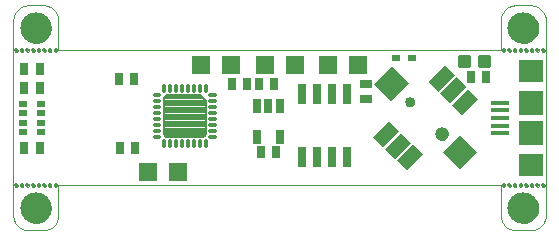
<source format=gts>
G75*
%MOIN*%
%OFA0B0*%
%FSLAX24Y24*%
%IPPOS*%
%LPD*%
%AMOC8*
5,1,8,0,0,1.08239X$1,22.5*
%
%ADD10C,0.0000*%
%ADD11C,0.1040*%
%ADD12C,0.0140*%
%ADD13R,0.0316X0.0394*%
%ADD14R,0.0768X0.0473*%
%ADD15R,0.0827X0.0788*%
%ADD16C,0.0335*%
%ADD17C,0.0453*%
%ADD18R,0.0591X0.0178*%
%ADD19R,0.0788X0.0749*%
%ADD20R,0.0788X0.0788*%
%ADD21R,0.0276X0.0650*%
%ADD22R,0.0257X0.0512*%
%ADD23C,0.0130*%
%ADD24R,0.0640X0.0640*%
%ADD25R,0.0316X0.0237*%
%ADD26R,0.0394X0.0316*%
%ADD27C,0.0138*%
%ADD28C,0.0079*%
%ADD29R,0.0316X0.0217*%
D10*
X004510Y000900D02*
X004510Y007400D01*
X004512Y007444D01*
X004518Y007487D01*
X004527Y007529D01*
X004540Y007571D01*
X004557Y007611D01*
X004577Y007650D01*
X004600Y007687D01*
X004627Y007721D01*
X004656Y007754D01*
X004689Y007783D01*
X004723Y007810D01*
X004760Y007833D01*
X004799Y007853D01*
X004839Y007870D01*
X004881Y007883D01*
X004923Y007892D01*
X004966Y007898D01*
X005010Y007900D01*
X005510Y007900D01*
X005554Y007898D01*
X005597Y007892D01*
X005639Y007883D01*
X005681Y007870D01*
X005721Y007853D01*
X005760Y007833D01*
X005797Y007810D01*
X005831Y007783D01*
X005864Y007754D01*
X005893Y007721D01*
X005920Y007687D01*
X005943Y007650D01*
X005963Y007611D01*
X005980Y007571D01*
X005993Y007529D01*
X006002Y007487D01*
X006008Y007444D01*
X006010Y007400D01*
X006010Y006400D01*
X020760Y006400D01*
X020760Y007400D01*
X020762Y007444D01*
X020768Y007487D01*
X020777Y007529D01*
X020790Y007571D01*
X020807Y007611D01*
X020827Y007650D01*
X020850Y007687D01*
X020877Y007721D01*
X020906Y007754D01*
X020939Y007783D01*
X020973Y007810D01*
X021010Y007833D01*
X021049Y007853D01*
X021089Y007870D01*
X021131Y007883D01*
X021173Y007892D01*
X021216Y007898D01*
X021260Y007900D01*
X021760Y007900D01*
X021804Y007898D01*
X021847Y007892D01*
X021889Y007883D01*
X021931Y007870D01*
X021971Y007853D01*
X022010Y007833D01*
X022047Y007810D01*
X022081Y007783D01*
X022114Y007754D01*
X022143Y007721D01*
X022170Y007687D01*
X022193Y007650D01*
X022213Y007611D01*
X022230Y007571D01*
X022243Y007529D01*
X022252Y007487D01*
X022258Y007444D01*
X022260Y007400D01*
X022260Y000900D01*
X022258Y000856D01*
X022252Y000813D01*
X022243Y000771D01*
X022230Y000729D01*
X022213Y000689D01*
X022193Y000650D01*
X022170Y000613D01*
X022143Y000579D01*
X022114Y000546D01*
X022081Y000517D01*
X022047Y000490D01*
X022010Y000467D01*
X021971Y000447D01*
X021931Y000430D01*
X021889Y000417D01*
X021847Y000408D01*
X021804Y000402D01*
X021760Y000400D01*
X021260Y000400D01*
X021216Y000402D01*
X021173Y000408D01*
X021131Y000417D01*
X021089Y000430D01*
X021049Y000447D01*
X021010Y000467D01*
X020973Y000490D01*
X020939Y000517D01*
X020906Y000546D01*
X020877Y000579D01*
X020850Y000613D01*
X020827Y000650D01*
X020807Y000689D01*
X020790Y000729D01*
X020777Y000771D01*
X020768Y000813D01*
X020762Y000856D01*
X020760Y000900D01*
X020760Y001900D01*
X006010Y001900D01*
X006010Y000900D01*
X006008Y000856D01*
X006002Y000813D01*
X005993Y000771D01*
X005980Y000729D01*
X005963Y000689D01*
X005943Y000650D01*
X005920Y000613D01*
X005893Y000579D01*
X005864Y000546D01*
X005831Y000517D01*
X005797Y000490D01*
X005760Y000467D01*
X005721Y000447D01*
X005681Y000430D01*
X005639Y000417D01*
X005597Y000408D01*
X005554Y000402D01*
X005510Y000400D01*
X005010Y000400D01*
X004966Y000402D01*
X004923Y000408D01*
X004881Y000417D01*
X004839Y000430D01*
X004799Y000447D01*
X004760Y000467D01*
X004723Y000490D01*
X004689Y000517D01*
X004656Y000546D01*
X004627Y000579D01*
X004600Y000613D01*
X004577Y000650D01*
X004557Y000689D01*
X004540Y000729D01*
X004527Y000771D01*
X004518Y000813D01*
X004512Y000856D01*
X004510Y000900D01*
X004760Y001150D02*
X004762Y001194D01*
X004768Y001238D01*
X004778Y001281D01*
X004791Y001323D01*
X004808Y001364D01*
X004829Y001403D01*
X004853Y001440D01*
X004880Y001475D01*
X004910Y001507D01*
X004943Y001537D01*
X004979Y001563D01*
X005016Y001587D01*
X005056Y001606D01*
X005097Y001623D01*
X005140Y001635D01*
X005183Y001644D01*
X005227Y001649D01*
X005271Y001650D01*
X005315Y001647D01*
X005359Y001640D01*
X005402Y001629D01*
X005444Y001615D01*
X005484Y001597D01*
X005523Y001575D01*
X005559Y001551D01*
X005593Y001523D01*
X005625Y001492D01*
X005654Y001458D01*
X005680Y001422D01*
X005702Y001384D01*
X005721Y001344D01*
X005736Y001302D01*
X005748Y001260D01*
X005756Y001216D01*
X005760Y001172D01*
X005760Y001128D01*
X005756Y001084D01*
X005748Y001040D01*
X005736Y000998D01*
X005721Y000956D01*
X005702Y000916D01*
X005680Y000878D01*
X005654Y000842D01*
X005625Y000808D01*
X005593Y000777D01*
X005559Y000749D01*
X005523Y000725D01*
X005484Y000703D01*
X005444Y000685D01*
X005402Y000671D01*
X005359Y000660D01*
X005315Y000653D01*
X005271Y000650D01*
X005227Y000651D01*
X005183Y000656D01*
X005140Y000665D01*
X005097Y000677D01*
X005056Y000694D01*
X005016Y000713D01*
X004979Y000737D01*
X004943Y000763D01*
X004910Y000793D01*
X004880Y000825D01*
X004853Y000860D01*
X004829Y000897D01*
X004808Y000936D01*
X004791Y000977D01*
X004778Y001019D01*
X004768Y001062D01*
X004762Y001106D01*
X004760Y001150D01*
X004741Y001900D02*
X004743Y001913D01*
X004748Y001926D01*
X004757Y001937D01*
X004768Y001944D01*
X004781Y001949D01*
X004794Y001950D01*
X004808Y001947D01*
X004820Y001941D01*
X004830Y001932D01*
X004837Y001920D01*
X004841Y001907D01*
X004841Y001893D01*
X004837Y001880D01*
X004830Y001868D01*
X004820Y001859D01*
X004808Y001853D01*
X004794Y001850D01*
X004781Y001851D01*
X004768Y001856D01*
X004757Y001863D01*
X004748Y001874D01*
X004743Y001887D01*
X004741Y001900D01*
X004553Y001900D02*
X004555Y001913D01*
X004560Y001926D01*
X004569Y001937D01*
X004580Y001944D01*
X004593Y001949D01*
X004606Y001950D01*
X004620Y001947D01*
X004632Y001941D01*
X004642Y001932D01*
X004649Y001920D01*
X004653Y001907D01*
X004653Y001893D01*
X004649Y001880D01*
X004642Y001868D01*
X004632Y001859D01*
X004620Y001853D01*
X004606Y001850D01*
X004593Y001851D01*
X004580Y001856D01*
X004569Y001863D01*
X004560Y001874D01*
X004555Y001887D01*
X004553Y001900D01*
X004928Y001900D02*
X004930Y001913D01*
X004935Y001926D01*
X004944Y001937D01*
X004955Y001944D01*
X004968Y001949D01*
X004981Y001950D01*
X004995Y001947D01*
X005007Y001941D01*
X005017Y001932D01*
X005024Y001920D01*
X005028Y001907D01*
X005028Y001893D01*
X005024Y001880D01*
X005017Y001868D01*
X005007Y001859D01*
X004995Y001853D01*
X004981Y001850D01*
X004968Y001851D01*
X004955Y001856D01*
X004944Y001863D01*
X004935Y001874D01*
X004930Y001887D01*
X004928Y001900D01*
X005116Y001900D02*
X005118Y001913D01*
X005123Y001926D01*
X005132Y001937D01*
X005143Y001944D01*
X005156Y001949D01*
X005169Y001950D01*
X005183Y001947D01*
X005195Y001941D01*
X005205Y001932D01*
X005212Y001920D01*
X005216Y001907D01*
X005216Y001893D01*
X005212Y001880D01*
X005205Y001868D01*
X005195Y001859D01*
X005183Y001853D01*
X005169Y001850D01*
X005156Y001851D01*
X005143Y001856D01*
X005132Y001863D01*
X005123Y001874D01*
X005118Y001887D01*
X005116Y001900D01*
X005303Y001900D02*
X005305Y001913D01*
X005310Y001926D01*
X005319Y001937D01*
X005330Y001944D01*
X005343Y001949D01*
X005356Y001950D01*
X005370Y001947D01*
X005382Y001941D01*
X005392Y001932D01*
X005399Y001920D01*
X005403Y001907D01*
X005403Y001893D01*
X005399Y001880D01*
X005392Y001868D01*
X005382Y001859D01*
X005370Y001853D01*
X005356Y001850D01*
X005343Y001851D01*
X005330Y001856D01*
X005319Y001863D01*
X005310Y001874D01*
X005305Y001887D01*
X005303Y001900D01*
X005491Y001900D02*
X005493Y001913D01*
X005498Y001926D01*
X005507Y001937D01*
X005518Y001944D01*
X005531Y001949D01*
X005544Y001950D01*
X005558Y001947D01*
X005570Y001941D01*
X005580Y001932D01*
X005587Y001920D01*
X005591Y001907D01*
X005591Y001893D01*
X005587Y001880D01*
X005580Y001868D01*
X005570Y001859D01*
X005558Y001853D01*
X005544Y001850D01*
X005531Y001851D01*
X005518Y001856D01*
X005507Y001863D01*
X005498Y001874D01*
X005493Y001887D01*
X005491Y001900D01*
X005678Y001900D02*
X005680Y001913D01*
X005685Y001926D01*
X005694Y001937D01*
X005705Y001944D01*
X005718Y001949D01*
X005731Y001950D01*
X005745Y001947D01*
X005757Y001941D01*
X005767Y001932D01*
X005774Y001920D01*
X005778Y001907D01*
X005778Y001893D01*
X005774Y001880D01*
X005767Y001868D01*
X005757Y001859D01*
X005745Y001853D01*
X005731Y001850D01*
X005718Y001851D01*
X005705Y001856D01*
X005694Y001863D01*
X005685Y001874D01*
X005680Y001887D01*
X005678Y001900D01*
X005866Y001900D02*
X005868Y001913D01*
X005873Y001926D01*
X005882Y001937D01*
X005893Y001944D01*
X005906Y001949D01*
X005919Y001950D01*
X005933Y001947D01*
X005945Y001941D01*
X005955Y001932D01*
X005962Y001920D01*
X005966Y001907D01*
X005966Y001893D01*
X005962Y001880D01*
X005955Y001868D01*
X005945Y001859D01*
X005933Y001853D01*
X005919Y001850D01*
X005906Y001851D01*
X005893Y001856D01*
X005882Y001863D01*
X005873Y001874D01*
X005868Y001887D01*
X005866Y001900D01*
X005866Y006400D02*
X005868Y006413D01*
X005873Y006426D01*
X005882Y006437D01*
X005893Y006444D01*
X005906Y006449D01*
X005919Y006450D01*
X005933Y006447D01*
X005945Y006441D01*
X005955Y006432D01*
X005962Y006420D01*
X005966Y006407D01*
X005966Y006393D01*
X005962Y006380D01*
X005955Y006368D01*
X005945Y006359D01*
X005933Y006353D01*
X005919Y006350D01*
X005906Y006351D01*
X005893Y006356D01*
X005882Y006363D01*
X005873Y006374D01*
X005868Y006387D01*
X005866Y006400D01*
X005678Y006400D02*
X005680Y006413D01*
X005685Y006426D01*
X005694Y006437D01*
X005705Y006444D01*
X005718Y006449D01*
X005731Y006450D01*
X005745Y006447D01*
X005757Y006441D01*
X005767Y006432D01*
X005774Y006420D01*
X005778Y006407D01*
X005778Y006393D01*
X005774Y006380D01*
X005767Y006368D01*
X005757Y006359D01*
X005745Y006353D01*
X005731Y006350D01*
X005718Y006351D01*
X005705Y006356D01*
X005694Y006363D01*
X005685Y006374D01*
X005680Y006387D01*
X005678Y006400D01*
X005491Y006400D02*
X005493Y006413D01*
X005498Y006426D01*
X005507Y006437D01*
X005518Y006444D01*
X005531Y006449D01*
X005544Y006450D01*
X005558Y006447D01*
X005570Y006441D01*
X005580Y006432D01*
X005587Y006420D01*
X005591Y006407D01*
X005591Y006393D01*
X005587Y006380D01*
X005580Y006368D01*
X005570Y006359D01*
X005558Y006353D01*
X005544Y006350D01*
X005531Y006351D01*
X005518Y006356D01*
X005507Y006363D01*
X005498Y006374D01*
X005493Y006387D01*
X005491Y006400D01*
X005303Y006400D02*
X005305Y006413D01*
X005310Y006426D01*
X005319Y006437D01*
X005330Y006444D01*
X005343Y006449D01*
X005356Y006450D01*
X005370Y006447D01*
X005382Y006441D01*
X005392Y006432D01*
X005399Y006420D01*
X005403Y006407D01*
X005403Y006393D01*
X005399Y006380D01*
X005392Y006368D01*
X005382Y006359D01*
X005370Y006353D01*
X005356Y006350D01*
X005343Y006351D01*
X005330Y006356D01*
X005319Y006363D01*
X005310Y006374D01*
X005305Y006387D01*
X005303Y006400D01*
X005116Y006400D02*
X005118Y006413D01*
X005123Y006426D01*
X005132Y006437D01*
X005143Y006444D01*
X005156Y006449D01*
X005169Y006450D01*
X005183Y006447D01*
X005195Y006441D01*
X005205Y006432D01*
X005212Y006420D01*
X005216Y006407D01*
X005216Y006393D01*
X005212Y006380D01*
X005205Y006368D01*
X005195Y006359D01*
X005183Y006353D01*
X005169Y006350D01*
X005156Y006351D01*
X005143Y006356D01*
X005132Y006363D01*
X005123Y006374D01*
X005118Y006387D01*
X005116Y006400D01*
X004928Y006400D02*
X004930Y006413D01*
X004935Y006426D01*
X004944Y006437D01*
X004955Y006444D01*
X004968Y006449D01*
X004981Y006450D01*
X004995Y006447D01*
X005007Y006441D01*
X005017Y006432D01*
X005024Y006420D01*
X005028Y006407D01*
X005028Y006393D01*
X005024Y006380D01*
X005017Y006368D01*
X005007Y006359D01*
X004995Y006353D01*
X004981Y006350D01*
X004968Y006351D01*
X004955Y006356D01*
X004944Y006363D01*
X004935Y006374D01*
X004930Y006387D01*
X004928Y006400D01*
X004741Y006400D02*
X004743Y006413D01*
X004748Y006426D01*
X004757Y006437D01*
X004768Y006444D01*
X004781Y006449D01*
X004794Y006450D01*
X004808Y006447D01*
X004820Y006441D01*
X004830Y006432D01*
X004837Y006420D01*
X004841Y006407D01*
X004841Y006393D01*
X004837Y006380D01*
X004830Y006368D01*
X004820Y006359D01*
X004808Y006353D01*
X004794Y006350D01*
X004781Y006351D01*
X004768Y006356D01*
X004757Y006363D01*
X004748Y006374D01*
X004743Y006387D01*
X004741Y006400D01*
X004553Y006400D02*
X004555Y006413D01*
X004560Y006426D01*
X004569Y006437D01*
X004580Y006444D01*
X004593Y006449D01*
X004606Y006450D01*
X004620Y006447D01*
X004632Y006441D01*
X004642Y006432D01*
X004649Y006420D01*
X004653Y006407D01*
X004653Y006393D01*
X004649Y006380D01*
X004642Y006368D01*
X004632Y006359D01*
X004620Y006353D01*
X004606Y006350D01*
X004593Y006351D01*
X004580Y006356D01*
X004569Y006363D01*
X004560Y006374D01*
X004555Y006387D01*
X004553Y006400D01*
X004760Y007150D02*
X004762Y007194D01*
X004768Y007238D01*
X004778Y007281D01*
X004791Y007323D01*
X004808Y007364D01*
X004829Y007403D01*
X004853Y007440D01*
X004880Y007475D01*
X004910Y007507D01*
X004943Y007537D01*
X004979Y007563D01*
X005016Y007587D01*
X005056Y007606D01*
X005097Y007623D01*
X005140Y007635D01*
X005183Y007644D01*
X005227Y007649D01*
X005271Y007650D01*
X005315Y007647D01*
X005359Y007640D01*
X005402Y007629D01*
X005444Y007615D01*
X005484Y007597D01*
X005523Y007575D01*
X005559Y007551D01*
X005593Y007523D01*
X005625Y007492D01*
X005654Y007458D01*
X005680Y007422D01*
X005702Y007384D01*
X005721Y007344D01*
X005736Y007302D01*
X005748Y007260D01*
X005756Y007216D01*
X005760Y007172D01*
X005760Y007128D01*
X005756Y007084D01*
X005748Y007040D01*
X005736Y006998D01*
X005721Y006956D01*
X005702Y006916D01*
X005680Y006878D01*
X005654Y006842D01*
X005625Y006808D01*
X005593Y006777D01*
X005559Y006749D01*
X005523Y006725D01*
X005484Y006703D01*
X005444Y006685D01*
X005402Y006671D01*
X005359Y006660D01*
X005315Y006653D01*
X005271Y006650D01*
X005227Y006651D01*
X005183Y006656D01*
X005140Y006665D01*
X005097Y006677D01*
X005056Y006694D01*
X005016Y006713D01*
X004979Y006737D01*
X004943Y006763D01*
X004910Y006793D01*
X004880Y006825D01*
X004853Y006860D01*
X004829Y006897D01*
X004808Y006936D01*
X004791Y006977D01*
X004778Y007019D01*
X004768Y007062D01*
X004762Y007106D01*
X004760Y007150D01*
X017583Y004679D02*
X017585Y004703D01*
X017591Y004726D01*
X017600Y004748D01*
X017613Y004768D01*
X017628Y004786D01*
X017647Y004801D01*
X017668Y004813D01*
X017690Y004821D01*
X017713Y004826D01*
X017737Y004827D01*
X017761Y004824D01*
X017783Y004817D01*
X017805Y004807D01*
X017825Y004794D01*
X017842Y004777D01*
X017856Y004758D01*
X017867Y004737D01*
X017875Y004714D01*
X017879Y004691D01*
X017879Y004667D01*
X017875Y004644D01*
X017867Y004621D01*
X017856Y004600D01*
X017842Y004581D01*
X017825Y004564D01*
X017805Y004551D01*
X017783Y004541D01*
X017761Y004534D01*
X017737Y004531D01*
X017713Y004532D01*
X017690Y004537D01*
X017668Y004545D01*
X017647Y004557D01*
X017628Y004572D01*
X017613Y004590D01*
X017600Y004610D01*
X017591Y004632D01*
X017585Y004655D01*
X017583Y004679D01*
X018581Y003621D02*
X018583Y003649D01*
X018589Y003677D01*
X018598Y003703D01*
X018611Y003729D01*
X018627Y003752D01*
X018647Y003772D01*
X018669Y003790D01*
X018693Y003805D01*
X018719Y003816D01*
X018746Y003824D01*
X018774Y003828D01*
X018802Y003828D01*
X018830Y003824D01*
X018857Y003816D01*
X018883Y003805D01*
X018907Y003790D01*
X018929Y003772D01*
X018949Y003752D01*
X018965Y003729D01*
X018978Y003703D01*
X018987Y003677D01*
X018993Y003649D01*
X018995Y003621D01*
X018993Y003593D01*
X018987Y003565D01*
X018978Y003539D01*
X018965Y003513D01*
X018949Y003490D01*
X018929Y003470D01*
X018907Y003452D01*
X018883Y003437D01*
X018857Y003426D01*
X018830Y003418D01*
X018802Y003414D01*
X018774Y003414D01*
X018746Y003418D01*
X018719Y003426D01*
X018693Y003437D01*
X018669Y003452D01*
X018647Y003470D01*
X018627Y003490D01*
X018611Y003513D01*
X018598Y003539D01*
X018589Y003565D01*
X018583Y003593D01*
X018581Y003621D01*
X020803Y001900D02*
X020805Y001913D01*
X020810Y001926D01*
X020819Y001937D01*
X020830Y001944D01*
X020843Y001949D01*
X020856Y001950D01*
X020870Y001947D01*
X020882Y001941D01*
X020892Y001932D01*
X020899Y001920D01*
X020903Y001907D01*
X020903Y001893D01*
X020899Y001880D01*
X020892Y001868D01*
X020882Y001859D01*
X020870Y001853D01*
X020856Y001850D01*
X020843Y001851D01*
X020830Y001856D01*
X020819Y001863D01*
X020810Y001874D01*
X020805Y001887D01*
X020803Y001900D01*
X020991Y001900D02*
X020993Y001913D01*
X020998Y001926D01*
X021007Y001937D01*
X021018Y001944D01*
X021031Y001949D01*
X021044Y001950D01*
X021058Y001947D01*
X021070Y001941D01*
X021080Y001932D01*
X021087Y001920D01*
X021091Y001907D01*
X021091Y001893D01*
X021087Y001880D01*
X021080Y001868D01*
X021070Y001859D01*
X021058Y001853D01*
X021044Y001850D01*
X021031Y001851D01*
X021018Y001856D01*
X021007Y001863D01*
X020998Y001874D01*
X020993Y001887D01*
X020991Y001900D01*
X021178Y001900D02*
X021180Y001913D01*
X021185Y001926D01*
X021194Y001937D01*
X021205Y001944D01*
X021218Y001949D01*
X021231Y001950D01*
X021245Y001947D01*
X021257Y001941D01*
X021267Y001932D01*
X021274Y001920D01*
X021278Y001907D01*
X021278Y001893D01*
X021274Y001880D01*
X021267Y001868D01*
X021257Y001859D01*
X021245Y001853D01*
X021231Y001850D01*
X021218Y001851D01*
X021205Y001856D01*
X021194Y001863D01*
X021185Y001874D01*
X021180Y001887D01*
X021178Y001900D01*
X021366Y001900D02*
X021368Y001913D01*
X021373Y001926D01*
X021382Y001937D01*
X021393Y001944D01*
X021406Y001949D01*
X021419Y001950D01*
X021433Y001947D01*
X021445Y001941D01*
X021455Y001932D01*
X021462Y001920D01*
X021466Y001907D01*
X021466Y001893D01*
X021462Y001880D01*
X021455Y001868D01*
X021445Y001859D01*
X021433Y001853D01*
X021419Y001850D01*
X021406Y001851D01*
X021393Y001856D01*
X021382Y001863D01*
X021373Y001874D01*
X021368Y001887D01*
X021366Y001900D01*
X021553Y001900D02*
X021555Y001913D01*
X021560Y001926D01*
X021569Y001937D01*
X021580Y001944D01*
X021593Y001949D01*
X021606Y001950D01*
X021620Y001947D01*
X021632Y001941D01*
X021642Y001932D01*
X021649Y001920D01*
X021653Y001907D01*
X021653Y001893D01*
X021649Y001880D01*
X021642Y001868D01*
X021632Y001859D01*
X021620Y001853D01*
X021606Y001850D01*
X021593Y001851D01*
X021580Y001856D01*
X021569Y001863D01*
X021560Y001874D01*
X021555Y001887D01*
X021553Y001900D01*
X021741Y001900D02*
X021743Y001913D01*
X021748Y001926D01*
X021757Y001937D01*
X021768Y001944D01*
X021781Y001949D01*
X021794Y001950D01*
X021808Y001947D01*
X021820Y001941D01*
X021830Y001932D01*
X021837Y001920D01*
X021841Y001907D01*
X021841Y001893D01*
X021837Y001880D01*
X021830Y001868D01*
X021820Y001859D01*
X021808Y001853D01*
X021794Y001850D01*
X021781Y001851D01*
X021768Y001856D01*
X021757Y001863D01*
X021748Y001874D01*
X021743Y001887D01*
X021741Y001900D01*
X021928Y001900D02*
X021930Y001913D01*
X021935Y001926D01*
X021944Y001937D01*
X021955Y001944D01*
X021968Y001949D01*
X021981Y001950D01*
X021995Y001947D01*
X022007Y001941D01*
X022017Y001932D01*
X022024Y001920D01*
X022028Y001907D01*
X022028Y001893D01*
X022024Y001880D01*
X022017Y001868D01*
X022007Y001859D01*
X021995Y001853D01*
X021981Y001850D01*
X021968Y001851D01*
X021955Y001856D01*
X021944Y001863D01*
X021935Y001874D01*
X021930Y001887D01*
X021928Y001900D01*
X022116Y001900D02*
X022118Y001913D01*
X022123Y001926D01*
X022132Y001937D01*
X022143Y001944D01*
X022156Y001949D01*
X022169Y001950D01*
X022183Y001947D01*
X022195Y001941D01*
X022205Y001932D01*
X022212Y001920D01*
X022216Y001907D01*
X022216Y001893D01*
X022212Y001880D01*
X022205Y001868D01*
X022195Y001859D01*
X022183Y001853D01*
X022169Y001850D01*
X022156Y001851D01*
X022143Y001856D01*
X022132Y001863D01*
X022123Y001874D01*
X022118Y001887D01*
X022116Y001900D01*
X021010Y001150D02*
X021012Y001194D01*
X021018Y001238D01*
X021028Y001281D01*
X021041Y001323D01*
X021058Y001364D01*
X021079Y001403D01*
X021103Y001440D01*
X021130Y001475D01*
X021160Y001507D01*
X021193Y001537D01*
X021229Y001563D01*
X021266Y001587D01*
X021306Y001606D01*
X021347Y001623D01*
X021390Y001635D01*
X021433Y001644D01*
X021477Y001649D01*
X021521Y001650D01*
X021565Y001647D01*
X021609Y001640D01*
X021652Y001629D01*
X021694Y001615D01*
X021734Y001597D01*
X021773Y001575D01*
X021809Y001551D01*
X021843Y001523D01*
X021875Y001492D01*
X021904Y001458D01*
X021930Y001422D01*
X021952Y001384D01*
X021971Y001344D01*
X021986Y001302D01*
X021998Y001260D01*
X022006Y001216D01*
X022010Y001172D01*
X022010Y001128D01*
X022006Y001084D01*
X021998Y001040D01*
X021986Y000998D01*
X021971Y000956D01*
X021952Y000916D01*
X021930Y000878D01*
X021904Y000842D01*
X021875Y000808D01*
X021843Y000777D01*
X021809Y000749D01*
X021773Y000725D01*
X021734Y000703D01*
X021694Y000685D01*
X021652Y000671D01*
X021609Y000660D01*
X021565Y000653D01*
X021521Y000650D01*
X021477Y000651D01*
X021433Y000656D01*
X021390Y000665D01*
X021347Y000677D01*
X021306Y000694D01*
X021266Y000713D01*
X021229Y000737D01*
X021193Y000763D01*
X021160Y000793D01*
X021130Y000825D01*
X021103Y000860D01*
X021079Y000897D01*
X021058Y000936D01*
X021041Y000977D01*
X021028Y001019D01*
X021018Y001062D01*
X021012Y001106D01*
X021010Y001150D01*
X020991Y006400D02*
X020993Y006413D01*
X020998Y006426D01*
X021007Y006437D01*
X021018Y006444D01*
X021031Y006449D01*
X021044Y006450D01*
X021058Y006447D01*
X021070Y006441D01*
X021080Y006432D01*
X021087Y006420D01*
X021091Y006407D01*
X021091Y006393D01*
X021087Y006380D01*
X021080Y006368D01*
X021070Y006359D01*
X021058Y006353D01*
X021044Y006350D01*
X021031Y006351D01*
X021018Y006356D01*
X021007Y006363D01*
X020998Y006374D01*
X020993Y006387D01*
X020991Y006400D01*
X020803Y006400D02*
X020805Y006413D01*
X020810Y006426D01*
X020819Y006437D01*
X020830Y006444D01*
X020843Y006449D01*
X020856Y006450D01*
X020870Y006447D01*
X020882Y006441D01*
X020892Y006432D01*
X020899Y006420D01*
X020903Y006407D01*
X020903Y006393D01*
X020899Y006380D01*
X020892Y006368D01*
X020882Y006359D01*
X020870Y006353D01*
X020856Y006350D01*
X020843Y006351D01*
X020830Y006356D01*
X020819Y006363D01*
X020810Y006374D01*
X020805Y006387D01*
X020803Y006400D01*
X021178Y006400D02*
X021180Y006413D01*
X021185Y006426D01*
X021194Y006437D01*
X021205Y006444D01*
X021218Y006449D01*
X021231Y006450D01*
X021245Y006447D01*
X021257Y006441D01*
X021267Y006432D01*
X021274Y006420D01*
X021278Y006407D01*
X021278Y006393D01*
X021274Y006380D01*
X021267Y006368D01*
X021257Y006359D01*
X021245Y006353D01*
X021231Y006350D01*
X021218Y006351D01*
X021205Y006356D01*
X021194Y006363D01*
X021185Y006374D01*
X021180Y006387D01*
X021178Y006400D01*
X021366Y006400D02*
X021368Y006413D01*
X021373Y006426D01*
X021382Y006437D01*
X021393Y006444D01*
X021406Y006449D01*
X021419Y006450D01*
X021433Y006447D01*
X021445Y006441D01*
X021455Y006432D01*
X021462Y006420D01*
X021466Y006407D01*
X021466Y006393D01*
X021462Y006380D01*
X021455Y006368D01*
X021445Y006359D01*
X021433Y006353D01*
X021419Y006350D01*
X021406Y006351D01*
X021393Y006356D01*
X021382Y006363D01*
X021373Y006374D01*
X021368Y006387D01*
X021366Y006400D01*
X021553Y006400D02*
X021555Y006413D01*
X021560Y006426D01*
X021569Y006437D01*
X021580Y006444D01*
X021593Y006449D01*
X021606Y006450D01*
X021620Y006447D01*
X021632Y006441D01*
X021642Y006432D01*
X021649Y006420D01*
X021653Y006407D01*
X021653Y006393D01*
X021649Y006380D01*
X021642Y006368D01*
X021632Y006359D01*
X021620Y006353D01*
X021606Y006350D01*
X021593Y006351D01*
X021580Y006356D01*
X021569Y006363D01*
X021560Y006374D01*
X021555Y006387D01*
X021553Y006400D01*
X021741Y006400D02*
X021743Y006413D01*
X021748Y006426D01*
X021757Y006437D01*
X021768Y006444D01*
X021781Y006449D01*
X021794Y006450D01*
X021808Y006447D01*
X021820Y006441D01*
X021830Y006432D01*
X021837Y006420D01*
X021841Y006407D01*
X021841Y006393D01*
X021837Y006380D01*
X021830Y006368D01*
X021820Y006359D01*
X021808Y006353D01*
X021794Y006350D01*
X021781Y006351D01*
X021768Y006356D01*
X021757Y006363D01*
X021748Y006374D01*
X021743Y006387D01*
X021741Y006400D01*
X021928Y006400D02*
X021930Y006413D01*
X021935Y006426D01*
X021944Y006437D01*
X021955Y006444D01*
X021968Y006449D01*
X021981Y006450D01*
X021995Y006447D01*
X022007Y006441D01*
X022017Y006432D01*
X022024Y006420D01*
X022028Y006407D01*
X022028Y006393D01*
X022024Y006380D01*
X022017Y006368D01*
X022007Y006359D01*
X021995Y006353D01*
X021981Y006350D01*
X021968Y006351D01*
X021955Y006356D01*
X021944Y006363D01*
X021935Y006374D01*
X021930Y006387D01*
X021928Y006400D01*
X022116Y006400D02*
X022118Y006413D01*
X022123Y006426D01*
X022132Y006437D01*
X022143Y006444D01*
X022156Y006449D01*
X022169Y006450D01*
X022183Y006447D01*
X022195Y006441D01*
X022205Y006432D01*
X022212Y006420D01*
X022216Y006407D01*
X022216Y006393D01*
X022212Y006380D01*
X022205Y006368D01*
X022195Y006359D01*
X022183Y006353D01*
X022169Y006350D01*
X022156Y006351D01*
X022143Y006356D01*
X022132Y006363D01*
X022123Y006374D01*
X022118Y006387D01*
X022116Y006400D01*
X021010Y007150D02*
X021012Y007194D01*
X021018Y007238D01*
X021028Y007281D01*
X021041Y007323D01*
X021058Y007364D01*
X021079Y007403D01*
X021103Y007440D01*
X021130Y007475D01*
X021160Y007507D01*
X021193Y007537D01*
X021229Y007563D01*
X021266Y007587D01*
X021306Y007606D01*
X021347Y007623D01*
X021390Y007635D01*
X021433Y007644D01*
X021477Y007649D01*
X021521Y007650D01*
X021565Y007647D01*
X021609Y007640D01*
X021652Y007629D01*
X021694Y007615D01*
X021734Y007597D01*
X021773Y007575D01*
X021809Y007551D01*
X021843Y007523D01*
X021875Y007492D01*
X021904Y007458D01*
X021930Y007422D01*
X021952Y007384D01*
X021971Y007344D01*
X021986Y007302D01*
X021998Y007260D01*
X022006Y007216D01*
X022010Y007172D01*
X022010Y007128D01*
X022006Y007084D01*
X021998Y007040D01*
X021986Y006998D01*
X021971Y006956D01*
X021952Y006916D01*
X021930Y006878D01*
X021904Y006842D01*
X021875Y006808D01*
X021843Y006777D01*
X021809Y006749D01*
X021773Y006725D01*
X021734Y006703D01*
X021694Y006685D01*
X021652Y006671D01*
X021609Y006660D01*
X021565Y006653D01*
X021521Y006650D01*
X021477Y006651D01*
X021433Y006656D01*
X021390Y006665D01*
X021347Y006677D01*
X021306Y006694D01*
X021266Y006713D01*
X021229Y006737D01*
X021193Y006763D01*
X021160Y006793D01*
X021130Y006825D01*
X021103Y006860D01*
X021079Y006897D01*
X021058Y006936D01*
X021041Y006977D01*
X021028Y007019D01*
X021018Y007062D01*
X021012Y007106D01*
X021010Y007150D01*
D11*
X021510Y007150D03*
X021510Y001150D03*
X005260Y001150D03*
X005260Y007150D03*
D12*
X005353Y006400D03*
X005166Y006400D03*
X004978Y006400D03*
X004791Y006400D03*
X004603Y006400D03*
X005541Y006400D03*
X005728Y006400D03*
X005916Y006400D03*
X005916Y001900D03*
X005728Y001900D03*
X005541Y001900D03*
X005353Y001900D03*
X005166Y001900D03*
X004978Y001900D03*
X004791Y001900D03*
X004603Y001900D03*
X020853Y001900D03*
X021041Y001900D03*
X021228Y001900D03*
X021416Y001900D03*
X021603Y001900D03*
X021791Y001900D03*
X021978Y001900D03*
X022166Y001900D03*
X022166Y006400D03*
X021978Y006400D03*
X021791Y006400D03*
X021603Y006400D03*
X021416Y006400D03*
X021228Y006400D03*
X021041Y006400D03*
X020853Y006400D03*
D13*
X020265Y005525D03*
X019754Y005525D03*
X013203Y005275D03*
X012691Y005275D03*
X012297Y005275D03*
X011785Y005275D03*
X012754Y003025D03*
X013265Y003025D03*
X008578Y003150D03*
X008066Y003150D03*
X005390Y003150D03*
X004879Y003150D03*
X004879Y005150D03*
X005390Y005150D03*
X005390Y005775D03*
X004879Y005775D03*
X008035Y005431D03*
X008547Y005431D03*
D14*
G36*
X017382Y003718D02*
X016840Y003176D01*
X016506Y003510D01*
X017048Y004052D01*
X017382Y003718D01*
G37*
G36*
X017772Y003328D02*
X017230Y002786D01*
X016896Y003120D01*
X017438Y003662D01*
X017772Y003328D01*
G37*
G36*
X018162Y002939D02*
X017620Y002397D01*
X017286Y002731D01*
X017828Y003273D01*
X018162Y002939D01*
G37*
G36*
X020013Y004790D02*
X019471Y004248D01*
X019137Y004582D01*
X019679Y005124D01*
X020013Y004790D01*
G37*
G36*
X019623Y005180D02*
X019081Y004638D01*
X018747Y004972D01*
X019289Y005514D01*
X019623Y005180D01*
G37*
G36*
X019233Y005569D02*
X018691Y005027D01*
X018357Y005361D01*
X018899Y005903D01*
X019233Y005569D01*
G37*
D15*
G36*
X017688Y005304D02*
X017105Y004721D01*
X016548Y005278D01*
X017131Y005861D01*
X017688Y005304D01*
G37*
G36*
X019971Y003022D02*
X019388Y002439D01*
X018831Y002996D01*
X019414Y003579D01*
X019971Y003022D01*
G37*
D16*
X017731Y004679D03*
D17*
X018788Y003621D03*
D18*
X020716Y003638D03*
X020716Y003894D03*
X020716Y004150D03*
X020716Y004406D03*
X020716Y004662D03*
D19*
X021760Y005725D03*
X021760Y002575D03*
D20*
X021760Y003650D03*
X021760Y004650D03*
D21*
X015635Y004959D03*
X015135Y004959D03*
X014635Y004959D03*
X014135Y004959D03*
X014135Y002833D03*
X014635Y002833D03*
X015135Y002833D03*
X015635Y002833D03*
D22*
X013384Y003513D03*
X012635Y003513D03*
X012635Y004537D03*
X013010Y004537D03*
X013384Y004537D03*
D23*
X019387Y005873D02*
X019387Y006177D01*
X019691Y006177D01*
X019691Y005873D01*
X019387Y005873D01*
X019387Y006002D02*
X019691Y006002D01*
X019691Y006131D02*
X019387Y006131D01*
X020078Y006177D02*
X020078Y005873D01*
X020078Y006177D02*
X020382Y006177D01*
X020382Y005873D01*
X020078Y005873D01*
X020078Y006002D02*
X020382Y006002D01*
X020382Y006131D02*
X020078Y006131D01*
D24*
X016010Y005900D03*
X015010Y005900D03*
X013885Y005900D03*
X012885Y005900D03*
X011760Y005900D03*
X010760Y005900D03*
X010010Y002338D03*
X009010Y002338D03*
D25*
X017273Y006150D03*
X017785Y006150D03*
D26*
X016260Y005281D03*
X016260Y004769D03*
D27*
X011232Y004705D02*
X011075Y004705D01*
X011075Y004901D02*
X011232Y004901D01*
X010917Y005059D02*
X010917Y005216D01*
X010720Y005216D02*
X010720Y005059D01*
X010524Y005059D02*
X010524Y005216D01*
X010327Y005216D02*
X010327Y005059D01*
X010130Y005059D02*
X010130Y005216D01*
X009933Y005216D02*
X009933Y005059D01*
X009736Y005059D02*
X009736Y005216D01*
X009539Y005216D02*
X009539Y005059D01*
X009382Y004901D02*
X009224Y004901D01*
X009224Y004705D02*
X009382Y004705D01*
X009382Y004508D02*
X009224Y004508D01*
X009224Y004311D02*
X009382Y004311D01*
X009382Y004114D02*
X009224Y004114D01*
X009224Y003917D02*
X009382Y003917D01*
X009382Y003720D02*
X009224Y003720D01*
X009224Y003524D02*
X009382Y003524D01*
X009539Y003366D02*
X009539Y003209D01*
X009736Y003209D02*
X009736Y003366D01*
X009933Y003366D02*
X009933Y003209D01*
X010130Y003209D02*
X010130Y003366D01*
X010327Y003366D02*
X010327Y003209D01*
X010524Y003209D02*
X010524Y003366D01*
X010720Y003366D02*
X010720Y003209D01*
X010917Y003209D02*
X010917Y003366D01*
X011075Y003524D02*
X011232Y003524D01*
X011232Y003720D02*
X011075Y003720D01*
X011075Y003917D02*
X011232Y003917D01*
X011232Y004114D02*
X011075Y004114D01*
X011075Y004311D02*
X011232Y004311D01*
X011232Y004508D02*
X011075Y004508D01*
D28*
X010917Y004490D02*
X009539Y004490D01*
X009539Y004567D02*
X010917Y004567D01*
X010917Y004644D02*
X009539Y004644D01*
X009539Y004721D02*
X010901Y004721D01*
X010917Y004705D02*
X010917Y003622D01*
X010914Y003596D01*
X010904Y003573D01*
X010888Y003552D01*
X010868Y003537D01*
X010844Y003527D01*
X010819Y003524D01*
X009638Y003524D01*
X009612Y003527D01*
X009589Y003537D01*
X009568Y003552D01*
X009552Y003573D01*
X009543Y003596D01*
X009539Y003622D01*
X009539Y004803D01*
X009543Y004829D01*
X009552Y004852D01*
X009568Y004873D01*
X009589Y004888D01*
X009612Y004898D01*
X009638Y004901D01*
X010720Y004901D01*
X010917Y004705D01*
X010823Y004799D02*
X009539Y004799D01*
X009572Y004876D02*
X010746Y004876D01*
X010917Y004412D02*
X009539Y004412D01*
X009539Y004335D02*
X010917Y004335D01*
X010917Y004258D02*
X009539Y004258D01*
X009539Y004181D02*
X010917Y004181D01*
X010917Y004103D02*
X009539Y004103D01*
X009539Y004026D02*
X010917Y004026D01*
X010917Y003949D02*
X009539Y003949D01*
X009539Y003872D02*
X010917Y003872D01*
X010917Y003794D02*
X009539Y003794D01*
X009539Y003717D02*
X010917Y003717D01*
X010917Y003640D02*
X009539Y003640D01*
X009560Y003563D02*
X010896Y003563D01*
D29*
X005440Y003678D03*
X005440Y003993D03*
X005440Y004307D03*
X005440Y004622D03*
X004829Y004622D03*
X004829Y004307D03*
X004829Y003993D03*
X004829Y003678D03*
M02*

</source>
